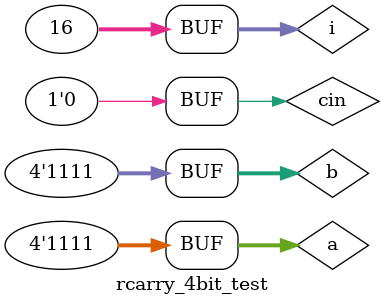
<source format=v>
`timescale 1ns / 1ps


module rcarry_4bit_test;

	// Inputs
	reg [3:0] a;
	reg [3:0] b;
	reg cin;
	integer i;
	// Outputs
	wire [3:0] s;
	wire cout;

	// Instantiate the Unit Under Test (UUT)
	rcarry_4bit uut (
		.a(a), 
		.b(b), 
		.cin(cin), 
		.s(s), 
		.cout(cout)
	);

	initial begin
		// Initialize Inputs
		a = 4'b0000;
		b = 4'b0000;
		cin = 0; 
				 for (i=0;i<16;i=i+1) begin
				 b = i;
	          $monitor( "time =%0t \t a=%b b=%b \t output value s =%b cout =%b",$time,a,b,s,cout);
				
				 #5;
end		
      a = 4'b0001;
	for (i=0;i<16;i=i+1) begin
					 b = i;
					 $monitor( "time =%0t \t a=%b b=%b \t output value s =%b cout =%b",$time,a,b,s,cout);
					
					 #5;
	end
		a = 4'b0010;
		for (i=0;i<16;i=i+1) begin
				 b = i;
	          $monitor( "time =%0t \t a=%b b=%b \t output value s =%b cout =%b",$time,a,b,s,cout);
				
				 #5;
end				 
		a = 4'b0011;
		for (i=0;i<16;i=i+1) begin
				 b = i;
	          $monitor( "time =%0t \t a=%b b=%b \t output value s =%b cout =%b",$time,a,b,s,cout);
				
				 #5;
end				 
		a = 4'b1000;
		for (i=0;i<16;i=i+1) begin
				 b = i;
	          $monitor( "time =%0t \t a=%b b=%b \t output value s =%b cout =%b",$time,a,b,s,cout);
				
				 #5;
end	
		a = 4'b1001;
		for (i=0;i<16;i=i+1) begin
				 b = i;
	          $monitor( "time =%0t \t a=%b b=%b \t output value s =%b cout =%b",$time,a,b,s,cout);
				
				 #5;
end
		a = 4'b1010;
		for (i=0;i<16;i=i+1) begin
				 b = i;
	          $monitor( "time =%0t \t a=%b b=%b \t output value s =%b cout =%b",$time,a,b,s,cout);
				
				 #5;
end				 
		a = 4'b1011;
		for (i=0;i<16;i=i+1) begin
				 b = i;
	          $monitor( "time =%0t \t a=%b b=%b \t output value s =%b cout =%b",$time,a,b,s,cout);
				
				 #5;
end				 
		a = 4'b1100;
		for (i=0;i<16;i=i+1) begin
				 b = i;
	          $monitor( "time =%0t \t a=%b b=%b \t output value s =%b cout =%b",$time,a,b,s,cout);
				
				 #5;
end				 
		a = 4'b1101;
		for (i=0;i<16;i=i+1) begin
				 b = i;
	          $monitor( "time =%0t \t a=%b b=%b \t output value s =%b cout =%b",$time,a,b,s,cout);
				
				 #5;
end				 
		a = 4'b1110;
		for (i=0;i<16;i=i+1) begin
				 b = i;
	          $monitor( "time =%0t \t a=%b b=%b \t output value s =%b cout =%b",$time,a,b,s,cout);
				
				 #5;
end				 
		a = 4'b1111;
		for (i=0;i<16;i=i+1) begin
				 b = i;
	          $monitor( "time =%0t \t a=%b b=%b \t output value s =%b cout =%b",$time,a,b,s,cout);
				
				 #5;
end				 
		
	
	
	
	
	
	
	end
	
      
endmodule


</source>
